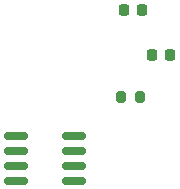
<source format=gbr>
%TF.GenerationSoftware,KiCad,Pcbnew,9.0.3*%
%TF.CreationDate,2025-11-22T12:31:01+05:30*%
%TF.ProjectId,multilayer trial,6d756c74-696c-4617-9965-722074726961,rev?*%
%TF.SameCoordinates,Original*%
%TF.FileFunction,Paste,Top*%
%TF.FilePolarity,Positive*%
%FSLAX46Y46*%
G04 Gerber Fmt 4.6, Leading zero omitted, Abs format (unit mm)*
G04 Created by KiCad (PCBNEW 9.0.3) date 2025-11-22 12:31:01*
%MOMM*%
%LPD*%
G01*
G04 APERTURE LIST*
G04 Aperture macros list*
%AMRoundRect*
0 Rectangle with rounded corners*
0 $1 Rounding radius*
0 $2 $3 $4 $5 $6 $7 $8 $9 X,Y pos of 4 corners*
0 Add a 4 corners polygon primitive as box body*
4,1,4,$2,$3,$4,$5,$6,$7,$8,$9,$2,$3,0*
0 Add four circle primitives for the rounded corners*
1,1,$1+$1,$2,$3*
1,1,$1+$1,$4,$5*
1,1,$1+$1,$6,$7*
1,1,$1+$1,$8,$9*
0 Add four rect primitives between the rounded corners*
20,1,$1+$1,$2,$3,$4,$5,0*
20,1,$1+$1,$4,$5,$6,$7,0*
20,1,$1+$1,$6,$7,$8,$9,0*
20,1,$1+$1,$8,$9,$2,$3,0*%
G04 Aperture macros list end*
%ADD10RoundRect,0.225000X-0.225000X-0.250000X0.225000X-0.250000X0.225000X0.250000X-0.225000X0.250000X0*%
%ADD11RoundRect,0.200000X0.200000X0.275000X-0.200000X0.275000X-0.200000X-0.275000X0.200000X-0.275000X0*%
%ADD12RoundRect,0.150000X-0.825000X-0.150000X0.825000X-0.150000X0.825000X0.150000X-0.825000X0.150000X0*%
G04 APERTURE END LIST*
D10*
%TO.C,C2*%
X124850000Y-85800000D03*
X126400000Y-85800000D03*
%TD*%
%TO.C,C1*%
X122450000Y-82000000D03*
X124000000Y-82000000D03*
%TD*%
D11*
%TO.C,R1*%
X123850000Y-89400000D03*
X122200000Y-89400000D03*
%TD*%
D12*
%TO.C,U1*%
X113325000Y-92695000D03*
X113325000Y-93965000D03*
X113325000Y-95235000D03*
X113325000Y-96505000D03*
X118275000Y-96505000D03*
X118275000Y-95235000D03*
X118275000Y-93965000D03*
X118275000Y-92695000D03*
%TD*%
M02*

</source>
